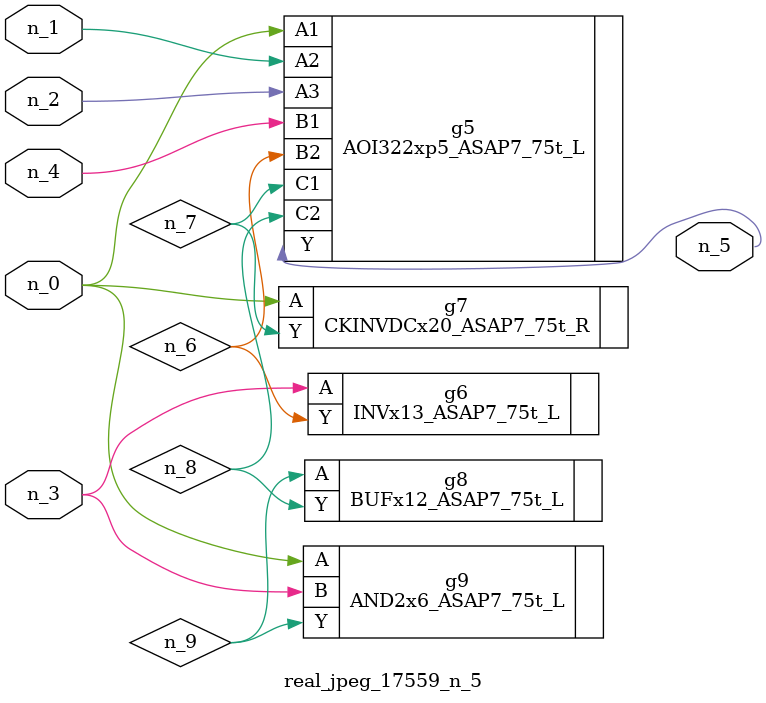
<source format=v>
module real_jpeg_17559_n_5 (n_4, n_0, n_1, n_2, n_3, n_5);

input n_4;
input n_0;
input n_1;
input n_2;
input n_3;

output n_5;

wire n_8;
wire n_6;
wire n_7;
wire n_9;

AOI322xp5_ASAP7_75t_L g5 ( 
.A1(n_0),
.A2(n_1),
.A3(n_2),
.B1(n_4),
.B2(n_6),
.C1(n_7),
.C2(n_8),
.Y(n_5)
);

CKINVDCx20_ASAP7_75t_R g7 ( 
.A(n_0),
.Y(n_7)
);

AND2x6_ASAP7_75t_L g9 ( 
.A(n_0),
.B(n_3),
.Y(n_9)
);

INVx13_ASAP7_75t_L g6 ( 
.A(n_3),
.Y(n_6)
);

BUFx12_ASAP7_75t_L g8 ( 
.A(n_9),
.Y(n_8)
);


endmodule
</source>
